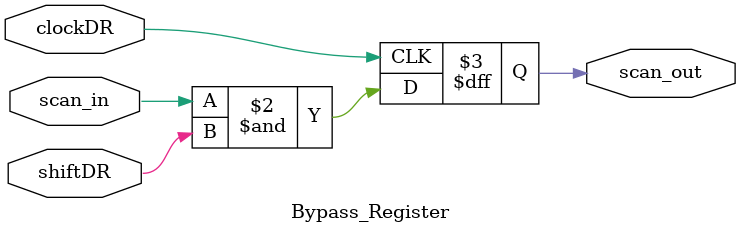
<source format=v>
module  Bypass_Register(scan_out, scan_in, shiftDR, clockDR);
  output 	scan_out;
  input 		scan_in, shiftDR, clockDR;
  reg 		scan_out;

  always @ (posedge clockDR) scan_out <= scan_in & shiftDR;

endmodule 


</source>
